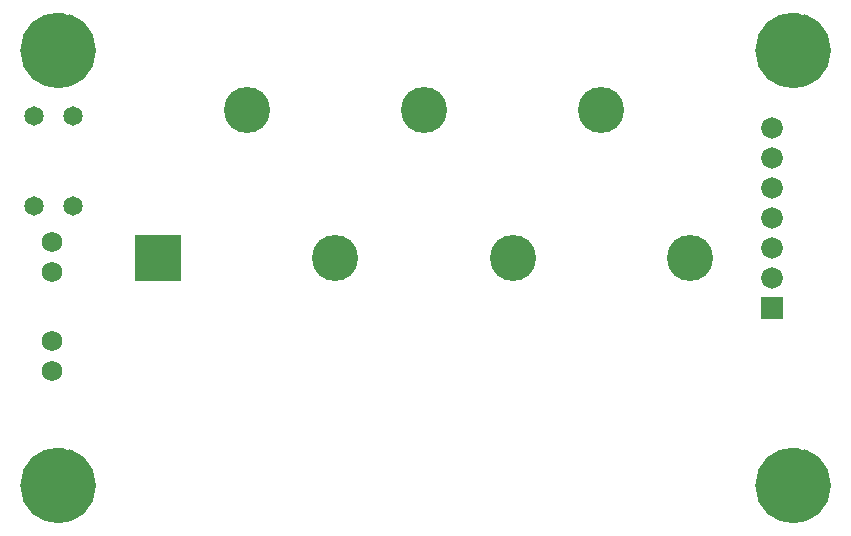
<source format=gts>
G04*
G04 #@! TF.GenerationSoftware,Altium Limited,Altium Designer,19.0.15 (446)*
G04*
G04 Layer_Color=8388736*
%FSLAX25Y25*%
%MOIN*%
G70*
G01*
G75*
%ADD15C,0.06299*%
%ADD16C,0.17623*%
%ADD17C,0.15380*%
%ADD18R,0.15380X0.15380*%
%ADD19C,0.06800*%
%ADD20C,0.07200*%
%ADD21R,0.07200X0.07200*%
%ADD22C,0.06500*%
%ADD23C,0.03162*%
D15*
X274449Y20000D02*
G03*
X274449Y20000I-9449J0D01*
G01*
X29449Y165000D02*
G03*
X29449Y165000I-9449J0D01*
G01*
Y20000D02*
G03*
X29449Y20000I-9449J0D01*
G01*
X274449Y165000D02*
G03*
X274449Y165000I-9449J0D01*
G01*
D16*
X265000Y20000D02*
D03*
X20000Y165000D02*
D03*
Y20000D02*
D03*
X265000Y165000D02*
D03*
D17*
X230583Y95787D02*
D03*
X201055Y145000D02*
D03*
X171528Y95787D02*
D03*
X142000Y145000D02*
D03*
X112472Y95787D02*
D03*
X82945Y145000D02*
D03*
D18*
X53417Y95787D02*
D03*
D19*
X18000Y101000D02*
D03*
Y91000D02*
D03*
Y68000D02*
D03*
Y58000D02*
D03*
D20*
X258000Y139000D02*
D03*
Y129000D02*
D03*
Y119000D02*
D03*
Y109000D02*
D03*
Y89000D02*
D03*
Y99000D02*
D03*
D21*
Y79000D02*
D03*
D22*
X25000Y113000D02*
D03*
Y143000D02*
D03*
X12000Y113000D02*
D03*
Y143000D02*
D03*
D23*
X256339Y20000D02*
D03*
X258875Y13875D02*
D03*
X265000Y11339D02*
D03*
X271125Y13875D02*
D03*
X273661Y20000D02*
D03*
X271125Y26125D02*
D03*
X265000Y28661D02*
D03*
X258875Y26125D02*
D03*
X26125Y158876D02*
D03*
X20000Y156339D02*
D03*
X13875Y158876D02*
D03*
X11339Y165000D02*
D03*
X13875Y171124D02*
D03*
X20000Y173661D02*
D03*
X26125Y171124D02*
D03*
X28661Y165000D02*
D03*
X20000Y28661D02*
D03*
X13875Y26125D02*
D03*
X11339Y20000D02*
D03*
X13875Y13875D02*
D03*
X20000Y11339D02*
D03*
X26125Y13875D02*
D03*
X28661Y20000D02*
D03*
X26125Y26125D02*
D03*
X271125Y171124D02*
D03*
X273661Y165000D02*
D03*
X271125Y158876D02*
D03*
X265000Y156339D02*
D03*
X258875Y158876D02*
D03*
X256339Y165000D02*
D03*
X258875Y171124D02*
D03*
X265000Y173661D02*
D03*
M02*

</source>
